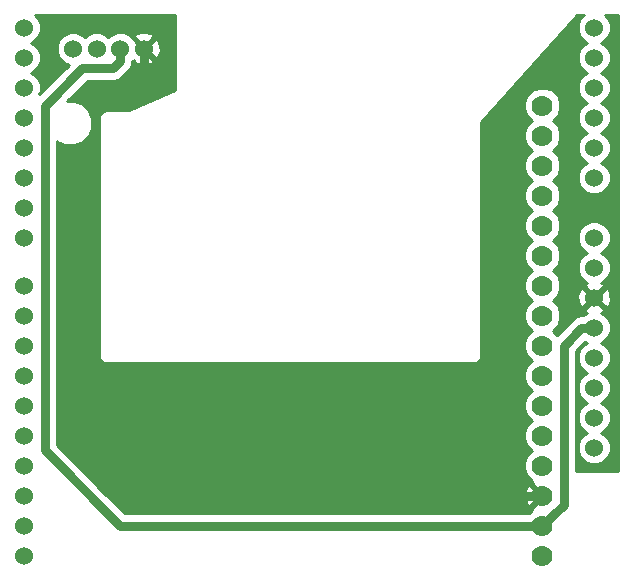
<source format=gbl>
G04 #@! TF.FileFunction,Copper,L2,Bot,Signal*
%FSLAX46Y46*%
G04 Gerber Fmt 4.6, Leading zero omitted, Abs format (unit mm)*
G04 Created by KiCad (PCBNEW 4.0.2-stable) date Monday, April 10, 2017 'PMt' 01:57:30 PM*
%MOMM*%
G01*
G04 APERTURE LIST*
%ADD10C,0.100000*%
%ADD11C,1.524000*%
%ADD12C,1.778000*%
%ADD13C,0.800000*%
%ADD14C,0.254000*%
G04 APERTURE END LIST*
D10*
D11*
X145961100Y-41503600D03*
X145961100Y-44043600D03*
X145961100Y-46583600D03*
X145961100Y-54203600D03*
X145961100Y-51663600D03*
X145961100Y-49123600D03*
X145961100Y-59283600D03*
X145961100Y-61823600D03*
X145961100Y-64363600D03*
X145961100Y-69443600D03*
X145961100Y-71983600D03*
X97701100Y-41503600D03*
X97701100Y-44043600D03*
X97701100Y-46583600D03*
X97701100Y-49123600D03*
X97701100Y-51663600D03*
X97701100Y-54203600D03*
X97701100Y-56743600D03*
X97701100Y-59283600D03*
X97701100Y-63347600D03*
X97701100Y-65887600D03*
X97701100Y-68427600D03*
X97701100Y-70967600D03*
X97701100Y-73507600D03*
X97701100Y-76047600D03*
X97701100Y-78587600D03*
X97701100Y-81127600D03*
X145961100Y-66903600D03*
X97701100Y-83667600D03*
X97701100Y-86207600D03*
X145961100Y-74523600D03*
X145961100Y-77063600D03*
X101841800Y-43281600D03*
X103841800Y-43281600D03*
X105841800Y-43281600D03*
X107841800Y-43281600D03*
D12*
X141579600Y-86207600D03*
X141579600Y-83667600D03*
X141579600Y-81127600D03*
X141579600Y-78587600D03*
X141579600Y-76047600D03*
X141579600Y-73507600D03*
X141579600Y-70967600D03*
X141579600Y-68427600D03*
X141579600Y-65887600D03*
X141579600Y-63347600D03*
X141579600Y-60807600D03*
X141579600Y-58267600D03*
X141579600Y-55727600D03*
X141579600Y-53187600D03*
X141579600Y-50647600D03*
X141579600Y-48107600D03*
D13*
X105816400Y-83667600D02*
X99429599Y-77280799D01*
X99429599Y-77280799D02*
X99429599Y-48153563D01*
X99429599Y-48153563D02*
X102639561Y-44943601D01*
X102639561Y-44943601D02*
X105257429Y-44943601D01*
X105257429Y-44943601D02*
X105841800Y-44359230D01*
X105841800Y-44359230D02*
X105841800Y-43281600D01*
X141579600Y-83667600D02*
X105816400Y-83667600D01*
X145961100Y-66903600D02*
X144883470Y-66903600D01*
X144883470Y-66903600D02*
X143368601Y-68418469D01*
X143368601Y-68418469D02*
X143368601Y-81878599D01*
X143368601Y-81878599D02*
X142468599Y-82778601D01*
X142468599Y-82778601D02*
X141579600Y-83667600D01*
X106226799Y-47722601D02*
X107841800Y-46107600D01*
X107841800Y-46107600D02*
X107841800Y-43281600D01*
X103729601Y-47722601D02*
X106226799Y-47722601D01*
X102158800Y-52806600D02*
X103729601Y-51235799D01*
X103729601Y-51235799D02*
X103729601Y-47722601D01*
X102158800Y-75946000D02*
X102158800Y-52806600D01*
X107340400Y-81127600D02*
X102158800Y-75946000D01*
X141579600Y-81127600D02*
X107340400Y-81127600D01*
D14*
G36*
X110503800Y-46746190D02*
X106563129Y-48497600D01*
X104713800Y-48497600D01*
X104442095Y-48551646D01*
X104211754Y-48705554D01*
X104057846Y-48935895D01*
X104003800Y-49207600D01*
X104003800Y-69207600D01*
X104057846Y-69479305D01*
X104211754Y-69709646D01*
X104442095Y-69863554D01*
X104713800Y-69917600D01*
X135713800Y-69917600D01*
X135985505Y-69863554D01*
X136215846Y-69709646D01*
X136369754Y-69479305D01*
X136423800Y-69207600D01*
X136423800Y-49478865D01*
X144531248Y-40417600D01*
X145071614Y-40417600D01*
X144777471Y-40711230D01*
X144564343Y-41224500D01*
X144563858Y-41780261D01*
X144776090Y-42293903D01*
X145168730Y-42687229D01*
X145376612Y-42773549D01*
X145170797Y-42858590D01*
X144777471Y-43251230D01*
X144564343Y-43764500D01*
X144563858Y-44320261D01*
X144776090Y-44833903D01*
X145168730Y-45227229D01*
X145376612Y-45313549D01*
X145170797Y-45398590D01*
X144777471Y-45791230D01*
X144564343Y-46304500D01*
X144563858Y-46860261D01*
X144776090Y-47373903D01*
X145168730Y-47767229D01*
X145376612Y-47853549D01*
X145170797Y-47938590D01*
X144777471Y-48331230D01*
X144564343Y-48844500D01*
X144563858Y-49400261D01*
X144776090Y-49913903D01*
X145168730Y-50307229D01*
X145376612Y-50393549D01*
X145170797Y-50478590D01*
X144777471Y-50871230D01*
X144564343Y-51384500D01*
X144563858Y-51940261D01*
X144776090Y-52453903D01*
X145168730Y-52847229D01*
X145376612Y-52933549D01*
X145170797Y-53018590D01*
X144777471Y-53411230D01*
X144564343Y-53924500D01*
X144563858Y-54480261D01*
X144776090Y-54993903D01*
X145168730Y-55387229D01*
X145682000Y-55600357D01*
X146237761Y-55600842D01*
X146751403Y-55388610D01*
X147144729Y-54995970D01*
X147357857Y-54482700D01*
X147358342Y-53926939D01*
X147146110Y-53413297D01*
X146753470Y-53019971D01*
X146545588Y-52933651D01*
X146751403Y-52848610D01*
X147144729Y-52455970D01*
X147357857Y-51942700D01*
X147358342Y-51386939D01*
X147146110Y-50873297D01*
X146753470Y-50479971D01*
X146545588Y-50393651D01*
X146751403Y-50308610D01*
X147144729Y-49915970D01*
X147357857Y-49402700D01*
X147358342Y-48846939D01*
X147146110Y-48333297D01*
X146753470Y-47939971D01*
X146545588Y-47853651D01*
X146751403Y-47768610D01*
X147144729Y-47375970D01*
X147357857Y-46862700D01*
X147358342Y-46306939D01*
X147146110Y-45793297D01*
X146753470Y-45399971D01*
X146545588Y-45313651D01*
X146751403Y-45228610D01*
X147144729Y-44835970D01*
X147357857Y-44322700D01*
X147358342Y-43766939D01*
X147146110Y-43253297D01*
X146753470Y-42859971D01*
X146545588Y-42773651D01*
X146751403Y-42688610D01*
X147144729Y-42295970D01*
X147357857Y-41782700D01*
X147358342Y-41226939D01*
X147146110Y-40713297D01*
X146850929Y-40417600D01*
X148003800Y-40417600D01*
X148003800Y-78997600D01*
X144403601Y-78997600D01*
X144403601Y-68847181D01*
X145166143Y-68084638D01*
X145168730Y-68087229D01*
X145376612Y-68173549D01*
X145170797Y-68258590D01*
X144777471Y-68651230D01*
X144564343Y-69164500D01*
X144563858Y-69720261D01*
X144776090Y-70233903D01*
X145168730Y-70627229D01*
X145376612Y-70713549D01*
X145170797Y-70798590D01*
X144777471Y-71191230D01*
X144564343Y-71704500D01*
X144563858Y-72260261D01*
X144776090Y-72773903D01*
X145168730Y-73167229D01*
X145376612Y-73253549D01*
X145170797Y-73338590D01*
X144777471Y-73731230D01*
X144564343Y-74244500D01*
X144563858Y-74800261D01*
X144776090Y-75313903D01*
X145168730Y-75707229D01*
X145376612Y-75793549D01*
X145170797Y-75878590D01*
X144777471Y-76271230D01*
X144564343Y-76784500D01*
X144563858Y-77340261D01*
X144776090Y-77853903D01*
X145168730Y-78247229D01*
X145682000Y-78460357D01*
X146237761Y-78460842D01*
X146751403Y-78248610D01*
X147144729Y-77855970D01*
X147357857Y-77342700D01*
X147358342Y-76786939D01*
X147146110Y-76273297D01*
X146753470Y-75879971D01*
X146545588Y-75793651D01*
X146751403Y-75708610D01*
X147144729Y-75315970D01*
X147357857Y-74802700D01*
X147358342Y-74246939D01*
X147146110Y-73733297D01*
X146753470Y-73339971D01*
X146545588Y-73253651D01*
X146751403Y-73168610D01*
X147144729Y-72775970D01*
X147357857Y-72262700D01*
X147358342Y-71706939D01*
X147146110Y-71193297D01*
X146753470Y-70799971D01*
X146545588Y-70713651D01*
X146751403Y-70628610D01*
X147144729Y-70235970D01*
X147357857Y-69722700D01*
X147358342Y-69166939D01*
X147146110Y-68653297D01*
X146753470Y-68259971D01*
X146545588Y-68173651D01*
X146751403Y-68088610D01*
X147144729Y-67695970D01*
X147357857Y-67182700D01*
X147358342Y-66626939D01*
X147146110Y-66113297D01*
X146753470Y-65719971D01*
X146561373Y-65640205D01*
X146692243Y-65585997D01*
X146761708Y-65343813D01*
X145961100Y-64543205D01*
X145160492Y-65343813D01*
X145229957Y-65585997D01*
X145370418Y-65636109D01*
X145170797Y-65718590D01*
X145020525Y-65868600D01*
X144883470Y-65868600D01*
X144487392Y-65947385D01*
X144352899Y-66037251D01*
X144151614Y-66171744D01*
X144151612Y-66171747D01*
X142815172Y-67508186D01*
X142464863Y-67157264D01*
X142870831Y-66752004D01*
X143103335Y-66192072D01*
X143103864Y-65585788D01*
X142872338Y-65025451D01*
X142464863Y-64617264D01*
X142870831Y-64212004D01*
X142894126Y-64155902D01*
X144551956Y-64155902D01*
X144579738Y-64710968D01*
X144738703Y-65094743D01*
X144980887Y-65164208D01*
X145781495Y-64363600D01*
X146140705Y-64363600D01*
X146941313Y-65164208D01*
X147183497Y-65094743D01*
X147370244Y-64571298D01*
X147342462Y-64016232D01*
X147183497Y-63632457D01*
X146941313Y-63562992D01*
X146140705Y-64363600D01*
X145781495Y-64363600D01*
X144980887Y-63562992D01*
X144738703Y-63632457D01*
X144551956Y-64155902D01*
X142894126Y-64155902D01*
X143103335Y-63652072D01*
X143103864Y-63045788D01*
X142872338Y-62485451D01*
X142464863Y-62077264D01*
X142870831Y-61672004D01*
X143103335Y-61112072D01*
X143103864Y-60505788D01*
X142872338Y-59945451D01*
X142487820Y-59560261D01*
X144563858Y-59560261D01*
X144776090Y-60073903D01*
X145168730Y-60467229D01*
X145376612Y-60553549D01*
X145170797Y-60638590D01*
X144777471Y-61031230D01*
X144564343Y-61544500D01*
X144563858Y-62100261D01*
X144776090Y-62613903D01*
X145168730Y-63007229D01*
X145360827Y-63086995D01*
X145229957Y-63141203D01*
X145160492Y-63383387D01*
X145961100Y-64183995D01*
X146761708Y-63383387D01*
X146692243Y-63141203D01*
X146551782Y-63091091D01*
X146751403Y-63008610D01*
X147144729Y-62615970D01*
X147357857Y-62102700D01*
X147358342Y-61546939D01*
X147146110Y-61033297D01*
X146753470Y-60639971D01*
X146545588Y-60553651D01*
X146751403Y-60468610D01*
X147144729Y-60075970D01*
X147357857Y-59562700D01*
X147358342Y-59006939D01*
X147146110Y-58493297D01*
X146753470Y-58099971D01*
X146240200Y-57886843D01*
X145684439Y-57886358D01*
X145170797Y-58098590D01*
X144777471Y-58491230D01*
X144564343Y-59004500D01*
X144563858Y-59560261D01*
X142487820Y-59560261D01*
X142464863Y-59537264D01*
X142870831Y-59132004D01*
X143103335Y-58572072D01*
X143103864Y-57965788D01*
X142872338Y-57405451D01*
X142464863Y-56997264D01*
X142870831Y-56592004D01*
X143103335Y-56032072D01*
X143103864Y-55425788D01*
X142872338Y-54865451D01*
X142464863Y-54457264D01*
X142870831Y-54052004D01*
X143103335Y-53492072D01*
X143103864Y-52885788D01*
X142872338Y-52325451D01*
X142464863Y-51917264D01*
X142870831Y-51512004D01*
X143103335Y-50952072D01*
X143103864Y-50345788D01*
X142872338Y-49785451D01*
X142464863Y-49377264D01*
X142870831Y-48972004D01*
X143103335Y-48412072D01*
X143103864Y-47805788D01*
X142872338Y-47245451D01*
X142444004Y-46816369D01*
X141884072Y-46583865D01*
X141277788Y-46583336D01*
X140717451Y-46814862D01*
X140288369Y-47243196D01*
X140055865Y-47803128D01*
X140055336Y-48409412D01*
X140286862Y-48969749D01*
X140694337Y-49377936D01*
X140288369Y-49783196D01*
X140055865Y-50343128D01*
X140055336Y-50949412D01*
X140286862Y-51509749D01*
X140694337Y-51917936D01*
X140288369Y-52323196D01*
X140055865Y-52883128D01*
X140055336Y-53489412D01*
X140286862Y-54049749D01*
X140694337Y-54457936D01*
X140288369Y-54863196D01*
X140055865Y-55423128D01*
X140055336Y-56029412D01*
X140286862Y-56589749D01*
X140694337Y-56997936D01*
X140288369Y-57403196D01*
X140055865Y-57963128D01*
X140055336Y-58569412D01*
X140286862Y-59129749D01*
X140694337Y-59537936D01*
X140288369Y-59943196D01*
X140055865Y-60503128D01*
X140055336Y-61109412D01*
X140286862Y-61669749D01*
X140694337Y-62077936D01*
X140288369Y-62483196D01*
X140055865Y-63043128D01*
X140055336Y-63649412D01*
X140286862Y-64209749D01*
X140694337Y-64617936D01*
X140288369Y-65023196D01*
X140055865Y-65583128D01*
X140055336Y-66189412D01*
X140286862Y-66749749D01*
X140694337Y-67157936D01*
X140288369Y-67563196D01*
X140055865Y-68123128D01*
X140055336Y-68729412D01*
X140286862Y-69289749D01*
X140694337Y-69697936D01*
X140288369Y-70103196D01*
X140055865Y-70663128D01*
X140055336Y-71269412D01*
X140286862Y-71829749D01*
X140694337Y-72237936D01*
X140288369Y-72643196D01*
X140055865Y-73203128D01*
X140055336Y-73809412D01*
X140286862Y-74369749D01*
X140694337Y-74777936D01*
X140288369Y-75183196D01*
X140055865Y-75743128D01*
X140055336Y-76349412D01*
X140286862Y-76909749D01*
X140694337Y-77317936D01*
X140288369Y-77723196D01*
X140055865Y-78283128D01*
X140055336Y-78889412D01*
X140286862Y-79449749D01*
X140715196Y-79878831D01*
X140742106Y-79890005D01*
X140687009Y-80055404D01*
X141579600Y-80947995D01*
X141593743Y-80933853D01*
X141773348Y-81113458D01*
X141759205Y-81127600D01*
X141773348Y-81141743D01*
X141593743Y-81321348D01*
X141579600Y-81307205D01*
X140687009Y-82199796D01*
X140741953Y-82364738D01*
X140717451Y-82374862D01*
X140459263Y-82632600D01*
X106245111Y-82632600D01*
X104502077Y-80889565D01*
X140044084Y-80889565D01*
X140069877Y-81495300D01*
X140252061Y-81935133D01*
X140507404Y-82020191D01*
X141399995Y-81127600D01*
X140507404Y-80235009D01*
X140252061Y-80320067D01*
X140044084Y-80889565D01*
X104502077Y-80889565D01*
X100464599Y-76852087D01*
X100464599Y-51138773D01*
X100510439Y-51184693D01*
X101203005Y-51472272D01*
X101952905Y-51472926D01*
X102645972Y-51186557D01*
X103176693Y-50656761D01*
X103464272Y-49964195D01*
X103464926Y-49214295D01*
X103178557Y-48521228D01*
X102648761Y-47990507D01*
X101956195Y-47702928D01*
X101344479Y-47702395D01*
X103068272Y-45978601D01*
X105257424Y-45978601D01*
X105257429Y-45978602D01*
X105653506Y-45899816D01*
X105989285Y-45675457D01*
X106573653Y-45091088D01*
X106573656Y-45091086D01*
X106745499Y-44833903D01*
X106798015Y-44755308D01*
X106876800Y-44359230D01*
X106876800Y-44327444D01*
X106926182Y-44376826D01*
X107041193Y-44261815D01*
X107110657Y-44503997D01*
X107634102Y-44690744D01*
X108189168Y-44662962D01*
X108572943Y-44503997D01*
X108642408Y-44261813D01*
X107841800Y-43461205D01*
X107827658Y-43475348D01*
X107648053Y-43295743D01*
X107662195Y-43281600D01*
X108021405Y-43281600D01*
X108822013Y-44082208D01*
X109064197Y-44012743D01*
X109250944Y-43489298D01*
X109223162Y-42934232D01*
X109064197Y-42550457D01*
X108822013Y-42480992D01*
X108021405Y-43281600D01*
X107662195Y-43281600D01*
X107135893Y-42755298D01*
X107026810Y-42491297D01*
X106837232Y-42301387D01*
X107041192Y-42301387D01*
X107841800Y-43101995D01*
X108642408Y-42301387D01*
X108572943Y-42059203D01*
X108049498Y-41872456D01*
X107494432Y-41900238D01*
X107110657Y-42059203D01*
X107041192Y-42301387D01*
X106837232Y-42301387D01*
X106634170Y-42097971D01*
X106120900Y-41884843D01*
X105565139Y-41884358D01*
X105051497Y-42096590D01*
X104841779Y-42305942D01*
X104634170Y-42097971D01*
X104120900Y-41884843D01*
X103565139Y-41884358D01*
X103051497Y-42096590D01*
X102841779Y-42305942D01*
X102634170Y-42097971D01*
X102120900Y-41884843D01*
X101565139Y-41884358D01*
X101051497Y-42096590D01*
X100658171Y-42489230D01*
X100445043Y-43002500D01*
X100444558Y-43558261D01*
X100656790Y-44071903D01*
X101049430Y-44465229D01*
X101476774Y-44642677D01*
X98985029Y-47134422D01*
X99097857Y-46862700D01*
X99098342Y-46306939D01*
X98886110Y-45793297D01*
X98493470Y-45399971D01*
X98285588Y-45313651D01*
X98491403Y-45228610D01*
X98884729Y-44835970D01*
X99097857Y-44322700D01*
X99098342Y-43766939D01*
X98886110Y-43253297D01*
X98493470Y-42859971D01*
X98285588Y-42773651D01*
X98491403Y-42688610D01*
X98884729Y-42295970D01*
X99097857Y-41782700D01*
X99098342Y-41226939D01*
X98886110Y-40713297D01*
X98590929Y-40417600D01*
X110503800Y-40417600D01*
X110503800Y-46746190D01*
X110503800Y-46746190D01*
G37*
X110503800Y-46746190D02*
X106563129Y-48497600D01*
X104713800Y-48497600D01*
X104442095Y-48551646D01*
X104211754Y-48705554D01*
X104057846Y-48935895D01*
X104003800Y-49207600D01*
X104003800Y-69207600D01*
X104057846Y-69479305D01*
X104211754Y-69709646D01*
X104442095Y-69863554D01*
X104713800Y-69917600D01*
X135713800Y-69917600D01*
X135985505Y-69863554D01*
X136215846Y-69709646D01*
X136369754Y-69479305D01*
X136423800Y-69207600D01*
X136423800Y-49478865D01*
X144531248Y-40417600D01*
X145071614Y-40417600D01*
X144777471Y-40711230D01*
X144564343Y-41224500D01*
X144563858Y-41780261D01*
X144776090Y-42293903D01*
X145168730Y-42687229D01*
X145376612Y-42773549D01*
X145170797Y-42858590D01*
X144777471Y-43251230D01*
X144564343Y-43764500D01*
X144563858Y-44320261D01*
X144776090Y-44833903D01*
X145168730Y-45227229D01*
X145376612Y-45313549D01*
X145170797Y-45398590D01*
X144777471Y-45791230D01*
X144564343Y-46304500D01*
X144563858Y-46860261D01*
X144776090Y-47373903D01*
X145168730Y-47767229D01*
X145376612Y-47853549D01*
X145170797Y-47938590D01*
X144777471Y-48331230D01*
X144564343Y-48844500D01*
X144563858Y-49400261D01*
X144776090Y-49913903D01*
X145168730Y-50307229D01*
X145376612Y-50393549D01*
X145170797Y-50478590D01*
X144777471Y-50871230D01*
X144564343Y-51384500D01*
X144563858Y-51940261D01*
X144776090Y-52453903D01*
X145168730Y-52847229D01*
X145376612Y-52933549D01*
X145170797Y-53018590D01*
X144777471Y-53411230D01*
X144564343Y-53924500D01*
X144563858Y-54480261D01*
X144776090Y-54993903D01*
X145168730Y-55387229D01*
X145682000Y-55600357D01*
X146237761Y-55600842D01*
X146751403Y-55388610D01*
X147144729Y-54995970D01*
X147357857Y-54482700D01*
X147358342Y-53926939D01*
X147146110Y-53413297D01*
X146753470Y-53019971D01*
X146545588Y-52933651D01*
X146751403Y-52848610D01*
X147144729Y-52455970D01*
X147357857Y-51942700D01*
X147358342Y-51386939D01*
X147146110Y-50873297D01*
X146753470Y-50479971D01*
X146545588Y-50393651D01*
X146751403Y-50308610D01*
X147144729Y-49915970D01*
X147357857Y-49402700D01*
X147358342Y-48846939D01*
X147146110Y-48333297D01*
X146753470Y-47939971D01*
X146545588Y-47853651D01*
X146751403Y-47768610D01*
X147144729Y-47375970D01*
X147357857Y-46862700D01*
X147358342Y-46306939D01*
X147146110Y-45793297D01*
X146753470Y-45399971D01*
X146545588Y-45313651D01*
X146751403Y-45228610D01*
X147144729Y-44835970D01*
X147357857Y-44322700D01*
X147358342Y-43766939D01*
X147146110Y-43253297D01*
X146753470Y-42859971D01*
X146545588Y-42773651D01*
X146751403Y-42688610D01*
X147144729Y-42295970D01*
X147357857Y-41782700D01*
X147358342Y-41226939D01*
X147146110Y-40713297D01*
X146850929Y-40417600D01*
X148003800Y-40417600D01*
X148003800Y-78997600D01*
X144403601Y-78997600D01*
X144403601Y-68847181D01*
X145166143Y-68084638D01*
X145168730Y-68087229D01*
X145376612Y-68173549D01*
X145170797Y-68258590D01*
X144777471Y-68651230D01*
X144564343Y-69164500D01*
X144563858Y-69720261D01*
X144776090Y-70233903D01*
X145168730Y-70627229D01*
X145376612Y-70713549D01*
X145170797Y-70798590D01*
X144777471Y-71191230D01*
X144564343Y-71704500D01*
X144563858Y-72260261D01*
X144776090Y-72773903D01*
X145168730Y-73167229D01*
X145376612Y-73253549D01*
X145170797Y-73338590D01*
X144777471Y-73731230D01*
X144564343Y-74244500D01*
X144563858Y-74800261D01*
X144776090Y-75313903D01*
X145168730Y-75707229D01*
X145376612Y-75793549D01*
X145170797Y-75878590D01*
X144777471Y-76271230D01*
X144564343Y-76784500D01*
X144563858Y-77340261D01*
X144776090Y-77853903D01*
X145168730Y-78247229D01*
X145682000Y-78460357D01*
X146237761Y-78460842D01*
X146751403Y-78248610D01*
X147144729Y-77855970D01*
X147357857Y-77342700D01*
X147358342Y-76786939D01*
X147146110Y-76273297D01*
X146753470Y-75879971D01*
X146545588Y-75793651D01*
X146751403Y-75708610D01*
X147144729Y-75315970D01*
X147357857Y-74802700D01*
X147358342Y-74246939D01*
X147146110Y-73733297D01*
X146753470Y-73339971D01*
X146545588Y-73253651D01*
X146751403Y-73168610D01*
X147144729Y-72775970D01*
X147357857Y-72262700D01*
X147358342Y-71706939D01*
X147146110Y-71193297D01*
X146753470Y-70799971D01*
X146545588Y-70713651D01*
X146751403Y-70628610D01*
X147144729Y-70235970D01*
X147357857Y-69722700D01*
X147358342Y-69166939D01*
X147146110Y-68653297D01*
X146753470Y-68259971D01*
X146545588Y-68173651D01*
X146751403Y-68088610D01*
X147144729Y-67695970D01*
X147357857Y-67182700D01*
X147358342Y-66626939D01*
X147146110Y-66113297D01*
X146753470Y-65719971D01*
X146561373Y-65640205D01*
X146692243Y-65585997D01*
X146761708Y-65343813D01*
X145961100Y-64543205D01*
X145160492Y-65343813D01*
X145229957Y-65585997D01*
X145370418Y-65636109D01*
X145170797Y-65718590D01*
X145020525Y-65868600D01*
X144883470Y-65868600D01*
X144487392Y-65947385D01*
X144352899Y-66037251D01*
X144151614Y-66171744D01*
X144151612Y-66171747D01*
X142815172Y-67508186D01*
X142464863Y-67157264D01*
X142870831Y-66752004D01*
X143103335Y-66192072D01*
X143103864Y-65585788D01*
X142872338Y-65025451D01*
X142464863Y-64617264D01*
X142870831Y-64212004D01*
X142894126Y-64155902D01*
X144551956Y-64155902D01*
X144579738Y-64710968D01*
X144738703Y-65094743D01*
X144980887Y-65164208D01*
X145781495Y-64363600D01*
X146140705Y-64363600D01*
X146941313Y-65164208D01*
X147183497Y-65094743D01*
X147370244Y-64571298D01*
X147342462Y-64016232D01*
X147183497Y-63632457D01*
X146941313Y-63562992D01*
X146140705Y-64363600D01*
X145781495Y-64363600D01*
X144980887Y-63562992D01*
X144738703Y-63632457D01*
X144551956Y-64155902D01*
X142894126Y-64155902D01*
X143103335Y-63652072D01*
X143103864Y-63045788D01*
X142872338Y-62485451D01*
X142464863Y-62077264D01*
X142870831Y-61672004D01*
X143103335Y-61112072D01*
X143103864Y-60505788D01*
X142872338Y-59945451D01*
X142487820Y-59560261D01*
X144563858Y-59560261D01*
X144776090Y-60073903D01*
X145168730Y-60467229D01*
X145376612Y-60553549D01*
X145170797Y-60638590D01*
X144777471Y-61031230D01*
X144564343Y-61544500D01*
X144563858Y-62100261D01*
X144776090Y-62613903D01*
X145168730Y-63007229D01*
X145360827Y-63086995D01*
X145229957Y-63141203D01*
X145160492Y-63383387D01*
X145961100Y-64183995D01*
X146761708Y-63383387D01*
X146692243Y-63141203D01*
X146551782Y-63091091D01*
X146751403Y-63008610D01*
X147144729Y-62615970D01*
X147357857Y-62102700D01*
X147358342Y-61546939D01*
X147146110Y-61033297D01*
X146753470Y-60639971D01*
X146545588Y-60553651D01*
X146751403Y-60468610D01*
X147144729Y-60075970D01*
X147357857Y-59562700D01*
X147358342Y-59006939D01*
X147146110Y-58493297D01*
X146753470Y-58099971D01*
X146240200Y-57886843D01*
X145684439Y-57886358D01*
X145170797Y-58098590D01*
X144777471Y-58491230D01*
X144564343Y-59004500D01*
X144563858Y-59560261D01*
X142487820Y-59560261D01*
X142464863Y-59537264D01*
X142870831Y-59132004D01*
X143103335Y-58572072D01*
X143103864Y-57965788D01*
X142872338Y-57405451D01*
X142464863Y-56997264D01*
X142870831Y-56592004D01*
X143103335Y-56032072D01*
X143103864Y-55425788D01*
X142872338Y-54865451D01*
X142464863Y-54457264D01*
X142870831Y-54052004D01*
X143103335Y-53492072D01*
X143103864Y-52885788D01*
X142872338Y-52325451D01*
X142464863Y-51917264D01*
X142870831Y-51512004D01*
X143103335Y-50952072D01*
X143103864Y-50345788D01*
X142872338Y-49785451D01*
X142464863Y-49377264D01*
X142870831Y-48972004D01*
X143103335Y-48412072D01*
X143103864Y-47805788D01*
X142872338Y-47245451D01*
X142444004Y-46816369D01*
X141884072Y-46583865D01*
X141277788Y-46583336D01*
X140717451Y-46814862D01*
X140288369Y-47243196D01*
X140055865Y-47803128D01*
X140055336Y-48409412D01*
X140286862Y-48969749D01*
X140694337Y-49377936D01*
X140288369Y-49783196D01*
X140055865Y-50343128D01*
X140055336Y-50949412D01*
X140286862Y-51509749D01*
X140694337Y-51917936D01*
X140288369Y-52323196D01*
X140055865Y-52883128D01*
X140055336Y-53489412D01*
X140286862Y-54049749D01*
X140694337Y-54457936D01*
X140288369Y-54863196D01*
X140055865Y-55423128D01*
X140055336Y-56029412D01*
X140286862Y-56589749D01*
X140694337Y-56997936D01*
X140288369Y-57403196D01*
X140055865Y-57963128D01*
X140055336Y-58569412D01*
X140286862Y-59129749D01*
X140694337Y-59537936D01*
X140288369Y-59943196D01*
X140055865Y-60503128D01*
X140055336Y-61109412D01*
X140286862Y-61669749D01*
X140694337Y-62077936D01*
X140288369Y-62483196D01*
X140055865Y-63043128D01*
X140055336Y-63649412D01*
X140286862Y-64209749D01*
X140694337Y-64617936D01*
X140288369Y-65023196D01*
X140055865Y-65583128D01*
X140055336Y-66189412D01*
X140286862Y-66749749D01*
X140694337Y-67157936D01*
X140288369Y-67563196D01*
X140055865Y-68123128D01*
X140055336Y-68729412D01*
X140286862Y-69289749D01*
X140694337Y-69697936D01*
X140288369Y-70103196D01*
X140055865Y-70663128D01*
X140055336Y-71269412D01*
X140286862Y-71829749D01*
X140694337Y-72237936D01*
X140288369Y-72643196D01*
X140055865Y-73203128D01*
X140055336Y-73809412D01*
X140286862Y-74369749D01*
X140694337Y-74777936D01*
X140288369Y-75183196D01*
X140055865Y-75743128D01*
X140055336Y-76349412D01*
X140286862Y-76909749D01*
X140694337Y-77317936D01*
X140288369Y-77723196D01*
X140055865Y-78283128D01*
X140055336Y-78889412D01*
X140286862Y-79449749D01*
X140715196Y-79878831D01*
X140742106Y-79890005D01*
X140687009Y-80055404D01*
X141579600Y-80947995D01*
X141593743Y-80933853D01*
X141773348Y-81113458D01*
X141759205Y-81127600D01*
X141773348Y-81141743D01*
X141593743Y-81321348D01*
X141579600Y-81307205D01*
X140687009Y-82199796D01*
X140741953Y-82364738D01*
X140717451Y-82374862D01*
X140459263Y-82632600D01*
X106245111Y-82632600D01*
X104502077Y-80889565D01*
X140044084Y-80889565D01*
X140069877Y-81495300D01*
X140252061Y-81935133D01*
X140507404Y-82020191D01*
X141399995Y-81127600D01*
X140507404Y-80235009D01*
X140252061Y-80320067D01*
X140044084Y-80889565D01*
X104502077Y-80889565D01*
X100464599Y-76852087D01*
X100464599Y-51138773D01*
X100510439Y-51184693D01*
X101203005Y-51472272D01*
X101952905Y-51472926D01*
X102645972Y-51186557D01*
X103176693Y-50656761D01*
X103464272Y-49964195D01*
X103464926Y-49214295D01*
X103178557Y-48521228D01*
X102648761Y-47990507D01*
X101956195Y-47702928D01*
X101344479Y-47702395D01*
X103068272Y-45978601D01*
X105257424Y-45978601D01*
X105257429Y-45978602D01*
X105653506Y-45899816D01*
X105989285Y-45675457D01*
X106573653Y-45091088D01*
X106573656Y-45091086D01*
X106745499Y-44833903D01*
X106798015Y-44755308D01*
X106876800Y-44359230D01*
X106876800Y-44327444D01*
X106926182Y-44376826D01*
X107041193Y-44261815D01*
X107110657Y-44503997D01*
X107634102Y-44690744D01*
X108189168Y-44662962D01*
X108572943Y-44503997D01*
X108642408Y-44261813D01*
X107841800Y-43461205D01*
X107827658Y-43475348D01*
X107648053Y-43295743D01*
X107662195Y-43281600D01*
X108021405Y-43281600D01*
X108822013Y-44082208D01*
X109064197Y-44012743D01*
X109250944Y-43489298D01*
X109223162Y-42934232D01*
X109064197Y-42550457D01*
X108822013Y-42480992D01*
X108021405Y-43281600D01*
X107662195Y-43281600D01*
X107135893Y-42755298D01*
X107026810Y-42491297D01*
X106837232Y-42301387D01*
X107041192Y-42301387D01*
X107841800Y-43101995D01*
X108642408Y-42301387D01*
X108572943Y-42059203D01*
X108049498Y-41872456D01*
X107494432Y-41900238D01*
X107110657Y-42059203D01*
X107041192Y-42301387D01*
X106837232Y-42301387D01*
X106634170Y-42097971D01*
X106120900Y-41884843D01*
X105565139Y-41884358D01*
X105051497Y-42096590D01*
X104841779Y-42305942D01*
X104634170Y-42097971D01*
X104120900Y-41884843D01*
X103565139Y-41884358D01*
X103051497Y-42096590D01*
X102841779Y-42305942D01*
X102634170Y-42097971D01*
X102120900Y-41884843D01*
X101565139Y-41884358D01*
X101051497Y-42096590D01*
X100658171Y-42489230D01*
X100445043Y-43002500D01*
X100444558Y-43558261D01*
X100656790Y-44071903D01*
X101049430Y-44465229D01*
X101476774Y-44642677D01*
X98985029Y-47134422D01*
X99097857Y-46862700D01*
X99098342Y-46306939D01*
X98886110Y-45793297D01*
X98493470Y-45399971D01*
X98285588Y-45313651D01*
X98491403Y-45228610D01*
X98884729Y-44835970D01*
X99097857Y-44322700D01*
X99098342Y-43766939D01*
X98886110Y-43253297D01*
X98493470Y-42859971D01*
X98285588Y-42773651D01*
X98491403Y-42688610D01*
X98884729Y-42295970D01*
X99097857Y-41782700D01*
X99098342Y-41226939D01*
X98886110Y-40713297D01*
X98590929Y-40417600D01*
X110503800Y-40417600D01*
X110503800Y-46746190D01*
M02*

</source>
